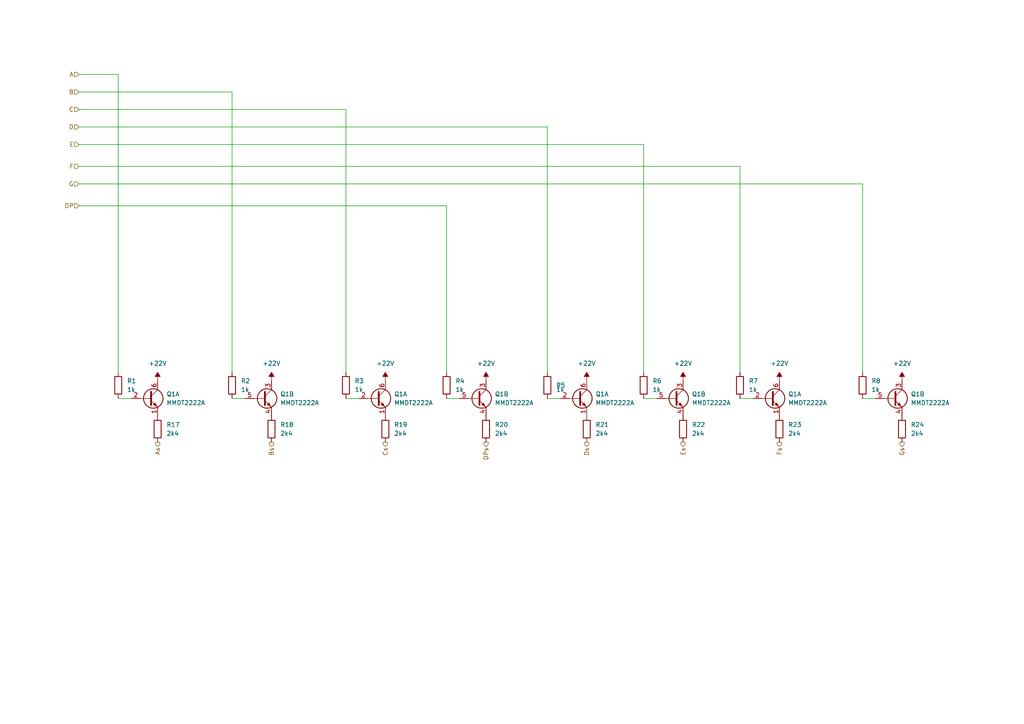
<source format=kicad_sch>
(kicad_sch (version 20230819) (generator eeschema)
  (paper "A4")
  (lib_symbols
    (symbol "Device:R" (pin_numbers hide) (pin_names (offset 0))
      (property "Reference" "R" (at 2.032 0 90))
      (property "Value" "R" (at 0 0 90))
      (symbol "R_0_1"
        (rectangle (start -1.016 -2.54) (end 1.016 2.54) (stroke (width 0.254)))
      )
      (symbol "R_1_1"
        (pin passive line (at 0 3.81 270) (length 1.27) (name "~") (number "1"))
        (pin passive line (at 0 -3.81 90) (length 1.27) (name "~") (number "2"))
      )
    )
    (symbol "Transistor_BJT:MMDT2222A" (pin_names (offset 0) hide)
      (property "Reference" "Q" (at 5.08 1.27 0))
      (property "Value" "MMDT2222A" (at 5.08 -1.27 0))
      (symbol "MMDT2222A_0_1"
        (polyline (pts (xy 0.635 0) (xy -2.54 0)))
        (polyline (pts (xy 0.635 0.635) (xy 2.54 2.54)))
        (polyline (pts (xy 0.635 -0.635) (xy 2.54 -2.54) (xy 2.54 -2.54)))
        (polyline (pts (xy 0.635 1.905) (xy 0.635 -1.905) (xy 0.635 -1.905)) (stroke (width 0.508)))
        (polyline (pts (xy 1.27 -1.778) (xy 1.778 -1.27) (xy 2.286 -2.286) (xy 1.27 -1.778) (xy 1.27 -1.778)) (fill (type outline)))
        (circle (center 1.27 0) (radius 2.8194) (stroke (width 0.254)))
      )
      (symbol "MMDT2222A_1_1"
        (pin passive line (at 2.54 -5.08 90) (length 2.54) (name "E1") (number "1"))
        (pin input line (at -5.08 0 0) (length 2.54) (name "B1") (number "2"))
        (pin passive line (at 2.54 5.08 270) (length 2.54) (name "C1") (number "6"))
      )
      (symbol "MMDT2222A_2_1"
        (pin passive line (at 2.54 5.08 270) (length 2.54) (name "C2") (number "3"))
        (pin passive line (at 2.54 -5.08 90) (length 2.54) (name "E2") (number "4"))
        (pin input line (at -5.08 0 0) (length 2.54) (name "B2") (number "5"))
      )
    )
    (symbol "power:-5V" (power) (pin_names (offset 0))
      (property "Value" "-5V" (at 0 3.81 0))
      (symbol "-5V_0_0"
        (pin power_in line (at 0 0 90) (length 0) hide (name "-5V") (number "1"))
      )
      (symbol "-5V_0_1"
        (polyline (pts (xy 0 0) (xy 0 1.27) (xy 0.762 1.27) (xy 0 2.54) (xy -0.762 1.27) (xy 0 1.27)) (fill (type outline)))
      )
    )
  )
  (wire (pts (xy 250.19 53.34) (xy 250.19 107.95)))
  (wire (pts (xy 186.69 115.57) (xy 190.5 115.57)))
  (wire (pts (xy 22.86 31.75) (xy 100.33 31.75)))
  (wire (pts (xy 22.86 53.34) (xy 250.19 53.34)))
  (wire (pts (xy 129.54 115.57) (xy 133.35 115.57)))
  (wire (pts (xy 67.31 115.57) (xy 71.12 115.57)))
  (wire (pts (xy 22.86 21.59) (xy 34.29 21.59)))
  (wire (pts (xy 34.29 21.59) (xy 34.29 107.95)))
  (wire (pts (xy 158.75 36.83) (xy 22.86 36.83)))
  (wire (pts (xy 158.75 115.57) (xy 162.56 115.57)))
  (wire (pts (xy 22.86 59.69) (xy 129.54 59.69)))
  (wire (pts (xy 129.54 59.69) (xy 129.54 107.95)))
  (wire (pts (xy 250.19 115.57) (xy 254 115.57)))
  (wire (pts (xy 186.69 41.91) (xy 186.69 107.95)))
  (wire (pts (xy 158.75 107.95) (xy 158.75 36.83)))
  (wire (pts (xy 67.31 26.67) (xy 67.31 107.95)))
  (wire (pts (xy 214.63 107.95) (xy 214.63 48.26)))
  (wire (pts (xy 22.86 41.91) (xy 186.69 41.91)))
  (wire (pts (xy 100.33 31.75) (xy 100.33 107.95)))
  (wire (pts (xy 214.63 115.57) (xy 218.44 115.57)))
  (wire (pts (xy 22.86 26.67) (xy 67.31 26.67)))
  (wire (pts (xy 100.33 115.57) (xy 104.14 115.57)))
  (wire (pts (xy 34.29 115.57) (xy 38.1 115.57)))
  (wire (pts (xy 214.63 48.26) (xy 22.86 48.26)))
  (hierarchical_label "Es" (shape output) (at 198.12 128.27 270))
  (hierarchical_label "Fs" (shape output) (at 226.06 128.27 270))
  (hierarchical_label "D" (shape input) (at 22.86 36.83 180))
  (hierarchical_label "Bs" (shape output) (at 78.74 128.27 270))
  (hierarchical_label "G" (shape input) (at 22.86 53.34 180))
  (hierarchical_label "C" (shape input) (at 22.86 31.75 180))
  (hierarchical_label "Ds" (shape output) (at 170.18 128.27 270))
  (hierarchical_label "F" (shape input) (at 22.86 48.26 180))
  (hierarchical_label "B" (shape input) (at 22.86 26.67 180))
  (hierarchical_label "E" (shape input) (at 22.86 41.91 180))
  (hierarchical_label "Cs" (shape output) (at 111.76 128.27 270))
  (hierarchical_label "Gs" (shape output) (at 261.62 128.27 270))
  (hierarchical_label "DP" (shape input) (at 22.86 59.69 180))
  (hierarchical_label "A" (shape input) (at 22.86 21.59 180))
  (hierarchical_label "As" (shape output) (at 45.72 128.27 270))
  (hierarchical_label "DPs" (shape output) (at 140.97 128.27 270))
  (symbol (lib_id "Transistor_BJT:MMDT2222A") (at 167.64 115.57 0) (unit 1)
    (property "Reference" "Q1" (at 172.72 114.2999 0) (effects (justify left)))
    (property "Value" "MMDT2222A" (at 172.72 116.8399 0) (effects (justify left)))
    (property "Footprint" "Package_TO_SOT_SMD:SOT-363_SC-70-6" (effects hide))
    (property "Datasheet" "http://www.diodes.com/_files/datasheets/ds30125.pdf" (effects hide))
    (property "Description" "600mA IC, 40V Vce, Dual NPN/NPN Transistors, SOT-363" (effects hide))
    (instances (project "VFD Replacement" (path "" (reference "Q1") (unit 1)) (path "" (reference "Q1") (unit 1)) (path "" (reference "Q9") (unit 1))))
  )
  (symbol (lib_id "power:-5V") (at 198.12 110.49 0) (mirror y) (unit 1)
    (property "Reference" "#PWR04" (effects hide))
    (property "Value" "+22V" (at 198.12 105.41 0))
    (property "Description" "Power symbol creates a global label with name \"-5V\"" (effects hide))
    (instances (project "VFD Replacement" (path "" (reference "#PWR04") (unit 1)) (path "" (reference "#PWR022") (unit 1))))
  )
  (symbol (lib_id "power:-5V") (at 111.76 110.49 0) (mirror y) (unit 1)
    (property "Reference" "#PWR04" (effects hide))
    (property "Value" "+22V" (at 111.76 105.41 0))
    (property "Description" "Power symbol creates a global label with name \"-5V\"" (effects hide))
    (instances (project "VFD Replacement" (path "" (reference "#PWR04") (unit 1)) (path "" (reference "#PWR019") (unit 1))))
  )
  (symbol (lib_id "Device:R") (at 158.75 111.76 0) (unit 1)
    (property "Reference" "R5" (at 161.29 111.7599 0) (effects (justify left)))
    (property "Value" "1k" (at 161.29 113.0299 0) (effects (justify left)))
    (property "Footprint" "Resistor_SMD:R_0603_1608Metric_Pad0.98x0.95mm_HandSolder" (effects hide))
    (property "Description" "Resistor" (effects hide))
  )
  (symbol (lib_id "Device:R") (at 214.63 111.76 0) (unit 1)
    (property "Reference" "R7" (at 217.17 110.4899 0) (effects (justify left)))
    (property "Value" "1k" (at 217.17 113.0299 0) (effects (justify left)))
    (property "Footprint" "Resistor_SMD:R_0603_1608Metric_Pad0.98x0.95mm_HandSolder" (effects hide))
    (property "Description" "Resistor" (effects hide))
  )
  (symbol (lib_id "Transistor_BJT:MMDT2222A") (at 223.52 115.57 0) (unit 1)
    (property "Reference" "Q1" (at 228.6 114.2999 0) (effects (justify left)))
    (property "Value" "MMDT2222A" (at 228.6 116.8399 0) (effects (justify left)))
    (property "Footprint" "Package_TO_SOT_SMD:SOT-363_SC-70-6" (effects hide))
    (property "Datasheet" "http://www.diodes.com/_files/datasheets/ds30125.pdf" (effects hide))
    (property "Description" "600mA IC, 40V Vce, Dual NPN/NPN Transistors, SOT-363" (effects hide))
    (instances (project "VFD Replacement" (path "" (reference "Q1") (unit 1)) (path "" (reference "Q1") (unit 1)) (path "" (reference "Q10") (unit 1))))
  )
  (symbol (lib_id "Device:R") (at 226.06 124.46 180) (unit 1)
    (property "Reference" "R23" (at 228.6 123.1899 0) (effects (justify right)))
    (property "Value" "2k4" (at 228.6 125.7299 0) (effects (justify right)))
    (property "Footprint" "Resistor_SMD:R_0603_1608Metric_Pad0.98x0.95mm_HandSolder" (effects hide))
    (property "Description" "Resistor" (effects hide))
  )
  (symbol (lib_id "Device:R") (at 170.18 124.46 180) (unit 1)
    (property "Reference" "R21" (at 172.72 123.1899 0) (effects (justify right)))
    (property "Value" "2k4" (at 172.72 125.7299 0) (effects (justify right)))
    (property "Footprint" "Resistor_SMD:R_0603_1608Metric_Pad0.98x0.95mm_HandSolder" (effects hide))
    (property "Description" "Resistor" (effects hide))
  )
  (symbol (lib_id "Device:R") (at 129.54 111.76 0) (unit 1)
    (property "Reference" "R4" (at 132.08 110.4899 0) (effects (justify left)))
    (property "Value" "1k" (at 132.08 113.0299 0) (effects (justify left)))
    (property "Footprint" "Resistor_SMD:R_0603_1608Metric_Pad0.98x0.95mm_HandSolder" (effects hide))
    (property "Description" "Resistor" (effects hide))
  )
  (symbol (lib_id "Device:R") (at 186.69 111.76 0) (unit 1)
    (property "Reference" "R6" (at 189.23 110.4899 0) (effects (justify left)))
    (property "Value" "1k" (at 189.23 113.0299 0) (effects (justify left)))
    (property "Footprint" "Resistor_SMD:R_0603_1608Metric_Pad0.98x0.95mm_HandSolder" (effects hide))
    (property "Description" "Resistor" (effects hide))
  )
  (symbol (lib_id "power:-5V") (at 45.72 110.49 0) (mirror y) (unit 1)
    (property "Reference" "#PWR04" (effects hide))
    (property "Value" "+22V" (at 45.72 105.41 0))
    (property "Description" "Power symbol creates a global label with name \"-5V\"" (effects hide))
    (instances (project "VFD Replacement" (path "" (reference "#PWR04") (unit 1)) (path "" (reference "#PWR017") (unit 1))))
  )
  (symbol (lib_id "Device:R") (at 261.62 124.46 180) (unit 1)
    (property "Reference" "R24" (at 264.16 123.1899 0) (effects (justify right)))
    (property "Value" "2k4" (at 264.16 125.7299 0) (effects (justify right)))
    (property "Footprint" "Resistor_SMD:R_0603_1608Metric_Pad0.98x0.95mm_HandSolder" (effects hide))
    (property "Description" "Resistor" (effects hide))
  )
  (symbol (lib_id "Transistor_BJT:MMDT2222A") (at 76.2 115.57 0) (unit 2)
    (property "Reference" "Q1" (at 81.28 114.2999 0) (effects (justify left)))
    (property "Value" "MMDT2222A" (at 81.28 116.8399 0) (effects (justify left)))
    (property "Footprint" "Package_TO_SOT_SMD:SOT-363_SC-70-6" (effects hide))
    (property "Datasheet" "http://www.diodes.com/_files/datasheets/ds30125.pdf" (effects hide))
    (property "Description" "600mA IC, 40V Vce, Dual NPN/NPN Transistors, SOT-363" (effects hide))
    (instances (project "VFD Replacement" (path "" (reference "Q1") (unit 2)) (path "" (reference "Q1") (unit 2)) (path "" (reference "Q7") (unit 2))))
  )
  (symbol (lib_id "Device:R") (at 78.74 124.46 180) (unit 1)
    (property "Reference" "R18" (at 81.28 123.1899 0) (effects (justify right)))
    (property "Value" "2k4" (at 81.28 125.7299 0) (effects (justify right)))
    (property "Footprint" "Resistor_SMD:R_0603_1608Metric_Pad0.98x0.95mm_HandSolder" (effects hide))
    (property "Description" "Resistor" (effects hide))
  )
  (symbol (lib_id "Transistor_BJT:MMDT2222A") (at 43.18 115.57 0) (unit 1)
    (property "Reference" "Q1" (at 48.26 114.2999 0) (effects (justify left)))
    (property "Value" "MMDT2222A" (at 48.26 116.8399 0) (effects (justify left)))
    (property "Footprint" "Package_TO_SOT_SMD:SOT-363_SC-70-6" (effects hide))
    (property "Datasheet" "http://www.diodes.com/_files/datasheets/ds30125.pdf" (effects hide))
    (property "Description" "600mA IC, 40V Vce, Dual NPN/NPN Transistors, SOT-363" (effects hide))
    (instances (project "VFD Replacement" (path "" (reference "Q1") (unit 1)) (path "" (reference "Q1") (unit 1)) (path "" (reference "Q7") (unit 1))))
  )
  (symbol (lib_id "Device:R") (at 111.76 124.46 180) (unit 1)
    (property "Reference" "R19" (at 114.3 123.1899 0) (effects (justify right)))
    (property "Value" "2k4" (at 114.3 125.7299 0) (effects (justify right)))
    (property "Footprint" "Resistor_SMD:R_0603_1608Metric_Pad0.98x0.95mm_HandSolder" (effects hide))
    (property "Description" "Resistor" (effects hide))
  )
  (symbol (lib_id "Transistor_BJT:MMDT2222A") (at 109.22 115.57 0) (unit 1)
    (property "Reference" "Q1" (at 114.3 114.2999 0) (effects (justify left)))
    (property "Value" "MMDT2222A" (at 114.3 116.8399 0) (effects (justify left)))
    (property "Footprint" "Package_TO_SOT_SMD:SOT-363_SC-70-6" (effects hide))
    (property "Datasheet" "http://www.diodes.com/_files/datasheets/ds30125.pdf" (effects hide))
    (property "Description" "600mA IC, 40V Vce, Dual NPN/NPN Transistors, SOT-363" (effects hide))
    (instances (project "VFD Replacement" (path "" (reference "Q1") (unit 1)) (path "" (reference "Q1") (unit 1)) (path "" (reference "Q8") (unit 1))))
  )
  (symbol (lib_id "power:-5V") (at 140.97 110.49 0) (mirror y) (unit 1)
    (property "Reference" "#PWR04" (effects hide))
    (property "Value" "+22V" (at 140.97 105.41 0))
    (property "Description" "Power symbol creates a global label with name \"-5V\"" (effects hide))
    (instances (project "VFD Replacement" (path "" (reference "#PWR04") (unit 1)) (path "" (reference "#PWR020") (unit 1))))
  )
  (symbol (lib_id "Transistor_BJT:MMDT2222A") (at 195.58 115.57 0) (unit 2)
    (property "Reference" "Q1" (at 200.66 114.2999 0) (effects (justify left)))
    (property "Value" "MMDT2222A" (at 200.66 116.8399 0) (effects (justify left)))
    (property "Footprint" "Package_TO_SOT_SMD:SOT-363_SC-70-6" (effects hide))
    (property "Datasheet" "http://www.diodes.com/_files/datasheets/ds30125.pdf" (effects hide))
    (property "Description" "600mA IC, 40V Vce, Dual NPN/NPN Transistors, SOT-363" (effects hide))
    (instances (project "VFD Replacement" (path "" (reference "Q1") (unit 2)) (path "" (reference "Q1") (unit 2)) (path "" (reference "Q9") (unit 2))))
  )
  (symbol (lib_id "Device:R") (at 67.31 111.76 0) (unit 1)
    (property "Reference" "R2" (at 69.85 110.4899 0) (effects (justify left)))
    (property "Value" "1k" (at 69.85 113.0299 0) (effects (justify left)))
    (property "Footprint" "Resistor_SMD:R_0603_1608Metric_Pad0.98x0.95mm_HandSolder" (effects hide))
    (property "Description" "Resistor" (effects hide))
  )
  (symbol (lib_id "power:-5V") (at 78.74 110.49 0) (mirror y) (unit 1)
    (property "Reference" "#PWR04" (effects hide))
    (property "Value" "+22V" (at 78.74 105.41 0))
    (property "Description" "Power symbol creates a global label with name \"-5V\"" (effects hide))
    (instances (project "VFD Replacement" (path "" (reference "#PWR04") (unit 1)) (path "" (reference "#PWR018") (unit 1))))
  )
  (symbol (lib_id "Device:R") (at 140.97 124.46 180) (unit 1)
    (property "Reference" "R20" (at 143.51 123.1899 0) (effects (justify right)))
    (property "Value" "2k4" (at 143.51 125.7299 0) (effects (justify right)))
    (property "Footprint" "Resistor_SMD:R_0603_1608Metric_Pad0.98x0.95mm_HandSolder" (effects hide))
    (property "Description" "Resistor" (effects hide))
  )
  (symbol (lib_id "Device:R") (at 100.33 111.76 0) (unit 1)
    (property "Reference" "R3" (at 102.87 110.4899 0) (effects (justify left)))
    (property "Value" "1k" (at 102.87 113.0299 0) (effects (justify left)))
    (property "Footprint" "Resistor_SMD:R_0603_1608Metric_Pad0.98x0.95mm_HandSolder" (effects hide))
    (property "Description" "Resistor" (effects hide))
  )
  (symbol (lib_id "Device:R") (at 250.19 111.76 0) (unit 1)
    (property "Reference" "R8" (at 252.73 110.4899 0) (effects (justify left)))
    (property "Value" "1k" (at 252.73 113.0299 0) (effects (justify left)))
    (property "Footprint" "Resistor_SMD:R_0603_1608Metric_Pad0.98x0.95mm_HandSolder" (effects hide))
    (property "Description" "Resistor" (effects hide))
  )
  (symbol (lib_id "Device:R") (at 45.72 124.46 180) (unit 1)
    (property "Reference" "R17" (at 48.26 123.1899 0) (effects (justify right)))
    (property "Value" "2k4" (at 48.26 125.7299 0) (effects (justify right)))
    (property "Footprint" "Resistor_SMD:R_0603_1608Metric_Pad0.98x0.95mm_HandSolder" (effects hide))
    (property "Description" "Resistor" (effects hide))
  )
  (symbol (lib_id "Transistor_BJT:MMDT2222A") (at 259.08 115.57 0) (unit 2)
    (property "Reference" "Q1" (at 264.16 114.2999 0) (effects (justify left)))
    (property "Value" "MMDT2222A" (at 264.16 116.8399 0) (effects (justify left)))
    (property "Footprint" "Package_TO_SOT_SMD:SOT-363_SC-70-6" (effects hide))
    (property "Datasheet" "http://www.diodes.com/_files/datasheets/ds30125.pdf" (effects hide))
    (property "Description" "600mA IC, 40V Vce, Dual NPN/NPN Transistors, SOT-363" (effects hide))
    (instances (project "VFD Replacement" (path "" (reference "Q1") (unit 2)) (path "" (reference "Q1") (unit 2)) (path "" (reference "Q10") (unit 2))))
  )
  (symbol (lib_id "Device:R") (at 34.29 111.76 180) (unit 1)
    (property "Reference" "R1" (at 36.83 110.4899 0) (effects (justify right)))
    (property "Value" "1k" (at 36.83 113.0299 0) (effects (justify right)))
    (property "Footprint" "Resistor_SMD:R_0603_1608Metric_Pad0.98x0.95mm_HandSolder" (effects hide))
    (property "Description" "Resistor" (effects hide))
  )
  (symbol (lib_id "power:-5V") (at 261.62 110.49 0) (mirror y) (unit 1)
    (property "Reference" "#PWR04" (effects hide))
    (property "Value" "+22V" (at 261.62 105.41 0))
    (property "Description" "Power symbol creates a global label with name \"-5V\"" (effects hide))
    (instances (project "VFD Replacement" (path "" (reference "#PWR04") (unit 1)) (path "" (reference "#PWR024") (unit 1))))
  )
  (symbol (lib_id "Device:R") (at 198.12 124.46 180) (unit 1)
    (property "Reference" "R22" (at 200.66 123.1899 0) (effects (justify right)))
    (property "Value" "2k4" (at 200.66 125.7299 0) (effects (justify right)))
    (property "Footprint" "Resistor_SMD:R_0603_1608Metric_Pad0.98x0.95mm_HandSolder" (effects hide))
    (property "Description" "Resistor" (effects hide))
  )
  (symbol (lib_id "Transistor_BJT:MMDT2222A") (at 138.43 115.57 0) (unit 2)
    (property "Reference" "Q1" (at 143.51 114.2999 0) (effects (justify left)))
    (property "Value" "MMDT2222A" (at 143.51 116.8399 0) (effects (justify left)))
    (property "Footprint" "Package_TO_SOT_SMD:SOT-363_SC-70-6" (effects hide))
    (property "Datasheet" "http://www.diodes.com/_files/datasheets/ds30125.pdf" (effects hide))
    (property "Description" "600mA IC, 40V Vce, Dual NPN/NPN Transistors, SOT-363" (effects hide))
    (instances (project "VFD Replacement" (path "" (reference "Q1") (unit 2)) (path "" (reference "Q1") (unit 2)) (path "" (reference "Q8") (unit 2))))
  )
  (symbol (lib_id "power:-5V") (at 226.06 110.49 0) (mirror y) (unit 1)
    (property "Reference" "#PWR04" (effects hide))
    (property "Value" "+22V" (at 226.06 105.41 0))
    (property "Description" "Power symbol creates a global label with name \"-5V\"" (effects hide))
    (instances (project "VFD Replacement" (path "" (reference "#PWR04") (unit 1)) (path "" (reference "#PWR023") (unit 1))))
  )
  (symbol (lib_id "power:-5V") (at 170.18 110.49 0) (mirror y) (unit 1)
    (property "Reference" "#PWR04" (effects hide))
    (property "Value" "+22V" (at 170.18 105.41 0))
    (property "Description" "Power symbol creates a global label with name \"-5V\"" (effects hide))
    (instances (project "VFD Replacement" (path "" (reference "#PWR04") (unit 1)) (path "" (reference "#PWR021") (unit 1))))
  )
)
</source>
